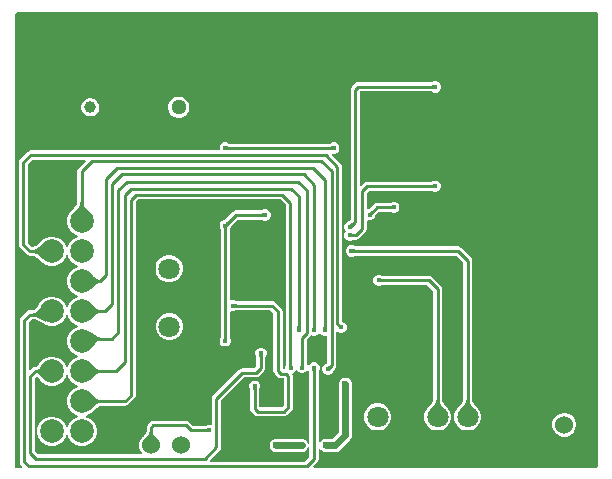
<source format=gbl>
G04*
G04 #@! TF.GenerationSoftware,Altium Limited,Altium Designer,22.11.1 (43)*
G04*
G04 Layer_Physical_Order=2*
G04 Layer_Color=16711680*
%FSTAX24Y24*%
%MOIN*%
G70*
G04*
G04 #@! TF.SameCoordinates,C1124A1A-70A5-44B8-A6FF-2808BC57BE08*
G04*
G04*
G04 #@! TF.FilePolarity,Positive*
G04*
G01*
G75*
%ADD10C,0.0098*%
%ADD50C,0.0236*%
%ADD52C,0.0600*%
%ADD53C,0.0709*%
%ADD54C,0.0512*%
%ADD55C,0.0394*%
%ADD56C,0.0787*%
%ADD57C,0.0185*%
%ADD58C,0.0177*%
%ADD59C,0.0236*%
G36*
X007213Y010832D02*
X007216Y010829D01*
X007221Y010827D01*
X007226Y010825D01*
X007231Y010823D01*
X007238Y010822D01*
X007246Y010821D01*
X007263Y010819D01*
X007273Y010819D01*
X007259Y010721D01*
X007249Y010721D01*
X007218Y010718D01*
X007212Y010717D01*
X007206Y010716D01*
X007202Y010715D01*
X007199Y010713D01*
X007196Y010711D01*
X00721Y010834D01*
X007213Y010832D01*
D02*
G37*
G36*
X010697Y010708D02*
X010694Y01071D01*
X01069Y010713D01*
X010686Y010715D01*
X010681Y010716D01*
X010675Y010718D01*
X010668Y010719D01*
X010652Y01072D01*
X010643Y010721D01*
X010633Y010721D01*
Y010819D01*
X010643Y010819D01*
X010668Y010821D01*
X010675Y010822D01*
X010681Y010824D01*
X010686Y010825D01*
X01069Y010827D01*
X010694Y01083D01*
X010697Y010832D01*
Y010708D01*
D02*
G37*
G36*
X002411Y008931D02*
X002418Y008903D01*
X002429Y008874D01*
X002445Y008842D01*
X002465Y008809D01*
X00249Y008773D01*
X00252Y008735D01*
X002592Y008655D01*
X002635Y008611D01*
X002084D01*
X002127Y008655D01*
X002229Y008773D01*
X002254Y008809D01*
X002274Y008842D01*
X00229Y008874D01*
X002301Y008903D01*
X002308Y008931D01*
X00231Y008957D01*
X002409D01*
X002411Y008931D01*
D02*
G37*
G36*
X008411Y008478D02*
X008408Y00848D01*
X008404Y008483D01*
X0084Y008485D01*
X008394Y008486D01*
X008388Y008488D01*
X008382Y008489D01*
X008366Y00849D01*
X008357Y008491D01*
X008347Y008491D01*
Y008589D01*
X008357Y008589D01*
X008382Y008591D01*
X008388Y008592D01*
X008394Y008594D01*
X0084Y008595D01*
X008404Y008597D01*
X008408Y0086D01*
X008411Y008602D01*
Y008478D01*
D02*
G37*
G36*
X009159Y008888D02*
Y003551D01*
X009133Y003487D01*
Y003413D01*
X009125Y003401D01*
X009062D01*
X009051Y003412D01*
Y00533D01*
X009039Y005388D01*
X009006Y005436D01*
X008816Y005626D01*
X008768Y005659D01*
X00871Y005671D01*
X007504D01*
X007496Y005679D01*
X007427Y005707D01*
X007353D01*
X007331Y005698D01*
X00729Y005726D01*
Y008075D01*
X007298Y008083D01*
X007326Y008152D01*
Y008163D01*
X007552Y008389D01*
X00836D01*
X008368Y008381D01*
X008437Y008353D01*
X008511D01*
X00858Y008381D01*
X008632Y008434D01*
X008661Y008503D01*
Y008577D01*
X008632Y008646D01*
X00858Y008699D01*
X008511Y008727D01*
X008437D01*
X008368Y008699D01*
X00836Y008691D01*
X00749D01*
X007432Y008679D01*
X007384Y008646D01*
X007114Y008376D01*
X007102D01*
X007033Y008348D01*
X006981Y008295D01*
X006952Y008227D01*
Y008152D01*
X006981Y008083D01*
X006989Y008075D01*
Y00446D01*
X006981Y004452D01*
X006952Y004383D01*
Y004309D01*
X006981Y00424D01*
X007033Y004187D01*
X007102Y004159D01*
X007177D01*
X007245Y004187D01*
X007298Y00424D01*
X007326Y004309D01*
Y004383D01*
X007298Y004452D01*
X00729Y00446D01*
Y005314D01*
X007331Y005342D01*
X007353Y005333D01*
X007427D01*
X007496Y005361D01*
X007504Y005369D01*
X008648D01*
X008749Y005268D01*
Y00335D01*
X008761Y003292D01*
X008794Y003244D01*
X008894Y003144D01*
X008942Y003111D01*
X009Y003099D01*
X009098D01*
X009099Y003098D01*
Y002202D01*
X009028Y002131D01*
X00829D01*
X008273Y002147D01*
Y002722D01*
X008281Y00273D01*
X00831Y002798D01*
Y002873D01*
X008281Y002942D01*
X008228Y002994D01*
X00816Y003023D01*
X008085D01*
X008017Y002994D01*
X007964Y002942D01*
X007936Y002873D01*
Y002798D01*
X007964Y00273D01*
X007972Y002722D01*
Y002085D01*
X007983Y002028D01*
X008016Y001979D01*
X008121Y001874D01*
X00817Y001841D01*
X008228Y001829D01*
X00909D01*
X009148Y001841D01*
X009196Y001874D01*
X009356Y002034D01*
X009389Y002082D01*
X009401Y00214D01*
Y00316D01*
X009389Y003218D01*
X00938Y003231D01*
X009395Y003279D01*
X009426Y003291D01*
X009479Y003344D01*
X009488Y003367D01*
X009542D01*
X009551Y003344D01*
X009604Y003291D01*
X009673Y003263D01*
X009747D01*
X009816Y003291D01*
X009869Y003344D01*
X00987Y003347D01*
X009924Y003353D01*
X009949Y003324D01*
Y00093D01*
X009899Y00092D01*
X009898Y000923D01*
X009894Y000944D01*
X009882Y000963D01*
X009874Y000983D01*
X009858Y000998D01*
X009846Y001016D01*
X009828Y001028D01*
X009813Y001044D01*
X009793Y001052D01*
X009774Y001064D01*
X009753Y001068D01*
X009733Y001077D01*
X009711D01*
X00969Y001081D01*
X00884D01*
X008819Y001077D01*
X008797D01*
X008777Y001068D01*
X008756Y001064D01*
X008737Y001052D01*
X008717Y001044D01*
X008702Y001028D01*
X008684Y001016D01*
X008672Y000998D01*
X008656Y000983D01*
X008648Y000963D01*
X008636Y000944D01*
X008632Y000923D01*
X008623Y000903D01*
Y000881D01*
X008619Y00086D01*
X008623Y000839D01*
Y000817D01*
X008632Y000797D01*
X008636Y000776D01*
X008648Y000757D01*
X008656Y000737D01*
X008672Y000722D01*
X008684Y000704D01*
X008702Y000692D01*
X008717Y000676D01*
X008737Y000668D01*
X008756Y000656D01*
X008777Y000652D01*
X008797Y000643D01*
X008819D01*
X00884Y000639D01*
X00969D01*
X009711Y000643D01*
X009733D01*
X009753Y000652D01*
X009774Y000656D01*
X009793Y000668D01*
X009813Y000676D01*
X009828Y000692D01*
X009846Y000704D01*
X009858Y000722D01*
X009874Y000737D01*
X009882Y000757D01*
X009894Y000776D01*
X009898Y000797D01*
X009899Y0008D01*
X009949Y00079D01*
Y000472D01*
X009798Y000321D01*
X006649D01*
X00663Y000367D01*
X006956Y000694D01*
X006989Y000742D01*
X007001Y0008D01*
Y002358D01*
X007772Y003129D01*
X00816D01*
X008218Y003141D01*
X008266Y003174D01*
X008436Y003344D01*
X008469Y003392D01*
X008481Y00345D01*
Y003816D01*
X008489Y003824D01*
X008517Y003893D01*
Y003967D01*
X008489Y004036D01*
X008436Y004089D01*
X008367Y004117D01*
X008293D01*
X008224Y004089D01*
X008171Y004036D01*
X008143Y003967D01*
Y003893D01*
X008171Y003824D01*
X008179Y003816D01*
Y003512D01*
X008098Y003431D01*
X00771D01*
X007652Y003419D01*
X007604Y003386D01*
X006744Y002526D01*
X006711Y002478D01*
X006699Y00242D01*
Y001566D01*
X006658Y001538D01*
X006637Y001547D01*
X006563D01*
X006494Y001519D01*
X006486Y001511D01*
X006072D01*
X005946Y001636D01*
X005898Y001669D01*
X00584Y001681D01*
X00475D01*
X004692Y001669D01*
X004644Y001636D01*
X004564Y001556D01*
X004531Y001508D01*
X004519Y00145D01*
Y001328D01*
X004517Y001319D01*
X004513Y001306D01*
X004506Y00129D01*
X004495Y001271D01*
X004481Y00125D01*
X004464Y001227D01*
X004417Y001174D01*
X004389Y001145D01*
X004383Y001137D01*
X004351Y001105D01*
X004299Y001014D01*
X004272Y000912D01*
Y000808D01*
X004299Y000706D01*
X004351Y000615D01*
X00436Y000607D01*
X004341Y000561D01*
X000892D01*
X000801Y000652D01*
Y003098D01*
X000845Y003142D01*
X000867Y003143D01*
X000906Y003132D01*
X000906Y003131D01*
X000916Y003112D01*
X000919Y003109D01*
X000966Y003028D01*
X001058Y002936D01*
X00117Y002871D01*
X001295Y002838D01*
X001424D01*
X00155Y002871D01*
X001662Y002936D01*
X001753Y003028D01*
X001818Y00314D01*
X001834Y003198D01*
X001886D01*
X001901Y00314D01*
X001966Y003028D01*
X002058Y002936D01*
X00217Y002871D01*
X002228Y002856D01*
Y002804D01*
X00217Y002789D01*
X002058Y002724D01*
X001966Y002632D01*
X001901Y00252D01*
X001868Y002395D01*
Y002265D01*
X001901Y00214D01*
X001966Y002028D01*
X002058Y001936D01*
X00217Y001871D01*
X002228Y001856D01*
Y001804D01*
X00217Y001789D01*
X002058Y001724D01*
X001966Y001632D01*
X001901Y00152D01*
X001886Y001462D01*
X001834D01*
X001818Y00152D01*
X001753Y001632D01*
X001662Y001724D01*
X00155Y001789D01*
X001424Y001822D01*
X001295D01*
X00117Y001789D01*
X001058Y001724D01*
X000966Y001632D01*
X000901Y00152D01*
X000868Y001395D01*
Y001265D01*
X000901Y00114D01*
X000966Y001028D01*
X001058Y000936D01*
X00117Y000871D01*
X001295Y000838D01*
X001424D01*
X00155Y000871D01*
X001662Y000936D01*
X001753Y001028D01*
X001818Y00114D01*
X001834Y001198D01*
X001886D01*
X001901Y00114D01*
X001966Y001028D01*
X002058Y000936D01*
X00217Y000871D01*
X002295Y000838D01*
X002424D01*
X00255Y000871D01*
X002662Y000936D01*
X002753Y001028D01*
X002818Y00114D01*
X002852Y001265D01*
Y001395D01*
X002818Y00152D01*
X002753Y001632D01*
X002662Y001724D01*
X00255Y001789D01*
X002492Y001804D01*
Y001856D01*
X00255Y001871D01*
X002662Y001936D01*
X002704Y001978D01*
X002711Y001983D01*
X002753Y002024D01*
X00283Y002093D01*
X002862Y002119D01*
X002893Y00214D01*
X00292Y002157D01*
X002944Y002168D01*
X002963Y002176D01*
X002977Y002179D01*
X00298Y002179D01*
X0038D01*
X003858Y002191D01*
X003906Y002224D01*
X004076Y002393D01*
X004106Y002414D01*
X004139Y002462D01*
X004151Y00252D01*
Y008978D01*
X004232Y009059D01*
X008988D01*
X009159Y008888D01*
D02*
G37*
G36*
X007264Y008244D02*
X007257Y008237D01*
X007241Y008218D01*
X007237Y008213D01*
X007234Y008207D01*
X007231Y008203D01*
X007229Y008198D01*
X007228Y008194D01*
X007228Y00819D01*
X00714Y008278D01*
X007144Y008278D01*
X007148Y008279D01*
X007153Y008281D01*
X007157Y008284D01*
X007163Y008287D01*
X007168Y008291D01*
X007181Y008301D01*
X007187Y008307D01*
X007194Y008314D01*
X007264Y008244D01*
D02*
G37*
G36*
X007199Y008123D02*
X007197Y00812D01*
X007195Y008115D01*
X007193Y00811D01*
X007192Y008104D01*
X007191Y008097D01*
X007189Y008081D01*
X007189Y008072D01*
X007189Y008063D01*
X00709D01*
X00709Y008072D01*
X007088Y008097D01*
X007087Y008104D01*
X007086Y00811D01*
X007084Y008115D01*
X007082Y00812D01*
X00708Y008123D01*
X007077Y008126D01*
X007201D01*
X007199Y008123D01*
D02*
G37*
G36*
X00249Y010343D02*
X002253Y010106D01*
X002221Y010057D01*
X002209Y01D01*
Y00895D01*
X002209Y008948D01*
X002205Y008933D01*
X002198Y008914D01*
X002186Y008891D01*
X00217Y008863D01*
X00215Y008835D01*
X002053Y008723D01*
X002013Y008682D01*
X002008Y008674D01*
X001966Y008632D01*
X001901Y00852D01*
X001868Y008395D01*
Y008265D01*
X001901Y00814D01*
X001966Y008028D01*
X002058Y007936D01*
X00217Y007871D01*
X002228Y007856D01*
Y007804D01*
X00217Y007789D01*
X002058Y007724D01*
X001966Y007632D01*
X001901Y00752D01*
X001886Y007462D01*
X001834D01*
X001818Y00752D01*
X001753Y007632D01*
X001662Y007724D01*
X00155Y007789D01*
X001424Y007822D01*
X001295D01*
X00117Y007789D01*
X001058Y007724D01*
X001016Y007682D01*
X001008Y007677D01*
X000966Y007636D01*
X00089Y007567D01*
X000857Y007541D01*
X000826Y00752D01*
X000799Y007503D01*
X000775Y007492D01*
X000756Y007484D01*
X000742Y007481D01*
X000739Y007481D01*
X000692D01*
X000562Y007611D01*
Y010232D01*
X000719Y010389D01*
X002471D01*
X00249Y010343D01*
D02*
G37*
G36*
X001079Y007054D02*
X001035Y007097D01*
X000917Y007199D01*
X000881Y007224D01*
X000848Y007245D01*
X000816Y00726D01*
X000786Y007272D01*
X000759Y007279D01*
X000733Y007281D01*
Y007379D01*
X000759Y007381D01*
X000786Y007388D01*
X000816Y0074D01*
X000848Y007415D01*
X000881Y007436D01*
X000917Y007461D01*
X000954Y00749D01*
X001035Y007563D01*
X001079Y007606D01*
Y007054D01*
D02*
G37*
G36*
X00269Y006554D02*
X002763Y006485D01*
X002798Y006457D01*
X002831Y006433D01*
X002863Y006414D01*
X002894Y006399D01*
X002924Y006388D01*
X002953Y006381D01*
X00298Y006379D01*
Y006281D01*
X002953Y006279D01*
X002924Y006272D01*
X002894Y006261D01*
X002863Y006246D01*
X002831Y006227D01*
X002798Y006203D01*
X002763Y006175D01*
X002727Y006143D01*
X002651Y006066D01*
Y006594D01*
X00269Y006554D01*
D02*
G37*
G36*
X007456Y00558D02*
X00746Y005577D01*
X007464Y005575D01*
X007469Y005574D01*
X007475Y005572D01*
X007482Y005571D01*
X007498Y00557D01*
X007507Y005569D01*
X007517Y005569D01*
Y005471D01*
X007507Y005471D01*
X007482Y005469D01*
X007475Y005468D01*
X007469Y005466D01*
X007464Y005465D01*
X00746Y005463D01*
X007456Y00546D01*
X007453Y005458D01*
Y005582D01*
X007456Y00558D01*
D02*
G37*
G36*
X002684Y005563D02*
X002803Y005461D01*
X002838Y005436D01*
X002872Y005415D01*
X002903Y0054D01*
X002933Y005388D01*
X002961Y005381D01*
X002987Y005379D01*
Y005281D01*
X002961Y005279D01*
X002933Y005272D01*
X002903Y00526D01*
X002872Y005245D01*
X002838Y005224D01*
X002803Y005199D01*
X002765Y00517D01*
X002684Y005097D01*
X002641Y005054D01*
Y005606D01*
X002684Y005563D01*
D02*
G37*
G36*
X001166Y004987D02*
X001103Y005022D01*
X000832Y005155D01*
X000804Y005164D01*
X000781Y005169D01*
X000763Y005171D01*
X000734Y00527D01*
X000763Y005272D01*
X000792Y00528D01*
X000821Y005292D01*
X000849Y005309D01*
X000877Y005331D01*
X000905Y005359D01*
X000932Y005391D01*
X000959Y005428D01*
X000986Y00547D01*
X001013Y005516D01*
X001166Y004987D01*
D02*
G37*
G36*
X001901Y00514D02*
X001966Y005028D01*
X002058Y004936D01*
X00217Y004871D01*
X002228Y004856D01*
Y004804D01*
X00217Y004789D01*
X002058Y004724D01*
X001966Y004632D01*
X001901Y00452D01*
X001868Y004395D01*
Y004265D01*
X001901Y00414D01*
X001966Y004028D01*
X002058Y003936D01*
X00217Y003871D01*
X002228Y003856D01*
Y003804D01*
X00217Y003789D01*
X002058Y003724D01*
X001966Y003632D01*
X001901Y00352D01*
X001886Y003462D01*
X001834D01*
X001818Y00352D01*
X001753Y003632D01*
X001662Y003724D01*
X00155Y003789D01*
X001424Y003822D01*
X001295D01*
X00117Y003789D01*
X001058Y003724D01*
X000966Y003632D01*
X000919Y003551D01*
X000916Y003548D01*
X000906Y003529D01*
X000898Y003517D01*
X00089Y003507D01*
X000882Y003499D01*
X000874Y003494D01*
X000866Y003489D01*
X000857Y003485D01*
X000847Y003482D01*
X000835Y003481D01*
X00082D01*
X000762Y003469D01*
X000714Y003436D01*
X000647Y00337D01*
X000601Y003389D01*
Y004978D01*
X000693Y00507D01*
X000765D01*
X000776Y005067D01*
X000794Y005062D01*
X001057Y004933D01*
X001117Y004899D01*
X001118Y004899D01*
X001118Y004899D01*
X001126Y004897D01*
X00117Y004871D01*
X001295Y004838D01*
X001424D01*
X00155Y004871D01*
X001662Y004936D01*
X001753Y005028D01*
X001818Y00514D01*
X001834Y005198D01*
X001886D01*
X001901Y00514D01*
D02*
G37*
G36*
X010962Y004908D02*
X010981Y004891D01*
X010987Y004887D01*
X010992Y004884D01*
X010997Y004882D01*
X011001Y00488D01*
X011005Y004879D01*
X011009Y004879D01*
X010921Y004791D01*
X010921Y004795D01*
X01092Y004799D01*
X010918Y004803D01*
X010916Y004808D01*
X010913Y004813D01*
X010909Y004819D01*
X010899Y004831D01*
X010892Y004838D01*
X010886Y004845D01*
X010955Y004914D01*
X010962Y004908D01*
D02*
G37*
G36*
X009649Y004837D02*
X009651Y004812D01*
X009652Y004805D01*
X009654Y004799D01*
X009655Y004794D01*
X009657Y00479D01*
X00966Y004786D01*
X009662Y004783D01*
X009538D01*
X00954Y004786D01*
X009543Y00479D01*
X009545Y004794D01*
X009546Y004799D01*
X009548Y004805D01*
X009549Y004812D01*
X00955Y004828D01*
X009551Y004837D01*
X009551Y004847D01*
X009649D01*
X009649Y004837D01*
D02*
G37*
G36*
X010159Y004827D02*
X010161Y004802D01*
X010162Y004795D01*
X010164Y004789D01*
X010165Y004784D01*
X010167Y00478D01*
X01017Y004776D01*
X010172Y004773D01*
X010048D01*
X01005Y004776D01*
X010053Y00478D01*
X010055Y004784D01*
X010056Y004789D01*
X010058Y004795D01*
X010059Y004802D01*
X01006Y004818D01*
X010061Y004827D01*
X010061Y004837D01*
X010159D01*
X010159Y004827D01*
D02*
G37*
G36*
X010519Y004829D02*
X010519Y004819D01*
X010522Y004788D01*
X010523Y004782D01*
X010524Y004776D01*
X010525Y004772D01*
X010527Y004769D01*
X010529Y004766D01*
X010406Y00478D01*
X010408Y004783D01*
X010411Y004786D01*
X010413Y004791D01*
X010415Y004796D01*
X010417Y004801D01*
X010418Y004808D01*
X010419Y004816D01*
X010421Y004833D01*
X010421Y004843D01*
X010519Y004829D01*
D02*
G37*
G36*
X01957Y01527D02*
Y00017D01*
X01952Y00012D01*
X010089D01*
X01007Y000167D01*
X010206Y000304D01*
X010239Y000352D01*
X010251Y00041D01*
Y000739D01*
X010298Y000757D01*
X010306Y000737D01*
X010322Y000722D01*
X010334Y000704D01*
X010352Y000692D01*
X010367Y000676D01*
X010387Y000668D01*
X010406Y000656D01*
X010427Y000652D01*
X010447Y000643D01*
X010469D01*
X01049Y000639D01*
X0108D01*
X010884Y000656D01*
X010956Y000704D01*
X011306Y001054D01*
X011354Y001126D01*
X011371Y00121D01*
Y0029D01*
X011367Y002921D01*
Y002943D01*
X011358Y002963D01*
X011354Y002984D01*
X011342Y003003D01*
X011334Y003023D01*
X011318Y003038D01*
X011306Y003056D01*
X011288Y003068D01*
X011273Y003084D01*
X011253Y003092D01*
X011234Y003104D01*
X011213Y003108D01*
X011193Y003117D01*
X011171D01*
X01115Y003121D01*
X011129Y003117D01*
X011107D01*
X011087Y003108D01*
X011066Y003104D01*
X011047Y003092D01*
X011027Y003084D01*
X011012Y003068D01*
X010994Y003056D01*
X010982Y003038D01*
X010966Y003023D01*
X010958Y003003D01*
X010946Y002984D01*
X010942Y002963D01*
X010933Y002943D01*
Y002921D01*
X010929Y0029D01*
Y001301D01*
X010709Y001081D01*
X01049D01*
X010469Y001077D01*
X010447D01*
X010427Y001068D01*
X010406Y001064D01*
X010387Y001052D01*
X010367Y001044D01*
X010352Y001028D01*
X010334Y001016D01*
X010322Y000998D01*
X010306Y000983D01*
X010298Y000963D01*
X010251Y000981D01*
Y003336D01*
X010259Y003344D01*
X010287Y003413D01*
Y003487D01*
X010259Y003556D01*
X010206Y003609D01*
X010137Y003637D01*
X010063D01*
X009994Y003609D01*
X009941Y003556D01*
X00994Y003553D01*
X009886Y003547D01*
X009861Y003576D01*
Y004388D01*
X009976Y004504D01*
X010007Y00455D01*
X010073Y004523D01*
X010147D01*
X010216Y004551D01*
X010254Y004589D01*
X010285Y004599D01*
X010316Y004589D01*
X010354Y004551D01*
X010423Y004523D01*
X010497D01*
X010498Y004523D01*
X010539Y004496D01*
Y003589D01*
X010537Y003587D01*
X010533D01*
X010464Y003559D01*
X010411Y003506D01*
X010383Y003437D01*
Y003363D01*
X010411Y003294D01*
X010464Y003241D01*
X010533Y003213D01*
X010607D01*
X010676Y003241D01*
X010729Y003294D01*
X010757Y003363D01*
Y003381D01*
X010796Y003421D01*
X010829Y003469D01*
X010841Y003527D01*
Y004624D01*
X010891Y004645D01*
X010904Y004631D01*
X010973Y004603D01*
X011047D01*
X011116Y004631D01*
X011169Y004684D01*
X011197Y004753D01*
Y004827D01*
X011169Y004896D01*
X011116Y004949D01*
X011047Y004977D01*
X011036D01*
X011031Y004982D01*
Y01015D01*
X011019Y010208D01*
X010986Y010256D01*
X010706Y010537D01*
X010715Y010562D01*
X010731Y010583D01*
X010797D01*
X010866Y010611D01*
X010919Y010664D01*
X010947Y010733D01*
Y010807D01*
X010919Y010876D01*
X010866Y010929D01*
X010797Y010957D01*
X010723D01*
X010654Y010929D01*
X010646Y010921D01*
X007264D01*
X007246Y010939D01*
X007177Y010967D01*
X007103D01*
X007034Y010939D01*
X006981Y010886D01*
X006953Y010817D01*
Y010743D01*
X006957Y010732D01*
X00693Y010691D01*
X000657D01*
X000599Y010679D01*
X000551Y010646D01*
X000305Y010401D01*
X000273Y010352D01*
X000261Y010295D01*
Y007548D01*
X000273Y007491D01*
X000305Y007442D01*
X000524Y007224D01*
X000572Y007191D01*
X00063Y007179D01*
X000739D01*
X000742Y007179D01*
X000756Y007176D01*
X000775Y007168D01*
X000799Y007157D01*
X000826Y00714D01*
X000855Y00712D01*
X000967Y007024D01*
X001008Y006983D01*
X001016Y006978D01*
X001058Y006936D01*
X00117Y006871D01*
X001295Y006838D01*
X001424D01*
X00155Y006871D01*
X001662Y006936D01*
X001753Y007028D01*
X001818Y00714D01*
X001834Y007198D01*
X001886D01*
X001901Y00714D01*
X001966Y007028D01*
X002058Y006936D01*
X00217Y006871D01*
X002228Y006856D01*
Y006804D01*
X00217Y006789D01*
X002058Y006724D01*
X001966Y006632D01*
X001901Y00652D01*
X001868Y006395D01*
Y006265D01*
X001901Y00614D01*
X001966Y006028D01*
X002058Y005936D01*
X00217Y005871D01*
X002228Y005856D01*
Y005804D01*
X00217Y005789D01*
X002058Y005724D01*
X001966Y005632D01*
X001901Y00552D01*
X001886Y005462D01*
X001834D01*
X001818Y00552D01*
X001753Y005632D01*
X001662Y005724D01*
X00155Y005789D01*
X001424Y005822D01*
X001295D01*
X00117Y005789D01*
X001058Y005724D01*
X000966Y005632D01*
X000932Y005573D01*
X000926Y005566D01*
X0009Y005522D01*
X000877Y005485D01*
X000853Y005453D01*
X000831Y005427D01*
X00081Y005407D01*
X000791Y005392D01*
X000774Y005381D01*
X00076Y005375D01*
X000747Y005371D01*
X000741Y005371D01*
X00063D01*
X000573Y00536D01*
X000524Y005327D01*
X000344Y005146D01*
X000311Y005098D01*
X000299Y00504D01*
Y00031D01*
X000311Y000252D01*
X000344Y000204D01*
X00038Y000167D01*
X000361Y00012D01*
X00014D01*
X00012Y00014D01*
Y01523D01*
X00021Y01532D01*
X01952D01*
X01957Y01527D01*
D02*
G37*
G36*
X007189Y004463D02*
X007191Y004438D01*
X007192Y004431D01*
X007193Y004425D01*
X007195Y00442D01*
X007197Y004416D01*
X007199Y004412D01*
X007201Y004409D01*
X007077D01*
X00708Y004412D01*
X007082Y004416D01*
X007084Y00442D01*
X007086Y004425D01*
X007087Y004431D01*
X007088Y004438D01*
X00709Y004454D01*
X00709Y004463D01*
X00709Y004473D01*
X007189D01*
X007189Y004463D01*
D02*
G37*
G36*
X002629Y004626D02*
X002858Y004501D01*
X002891Y004488D01*
X00292Y004478D01*
X002944Y004472D01*
X002964Y00447D01*
X002987Y004372D01*
X002959Y004369D01*
X00293Y004362D01*
X002901Y00435D01*
X002872Y004333D01*
X002843Y004311D01*
X002814Y004284D01*
X002785Y004252D01*
X002756Y004215D01*
X002726Y004173D01*
X002697Y004127D01*
X00257Y004663D01*
X002629Y004626D01*
D02*
G37*
G36*
X00839Y003864D02*
X008387Y00386D01*
X008385Y003856D01*
X008384Y003851D01*
X008382Y003845D01*
X008381Y003838D01*
X00838Y003822D01*
X008379Y003813D01*
X008379Y003803D01*
X008281D01*
X008281Y003813D01*
X008279Y003838D01*
X008278Y003845D01*
X008276Y003851D01*
X008275Y003856D01*
X008273Y00386D01*
X00827Y003864D01*
X008268Y003867D01*
X008392D01*
X00839Y003864D01*
D02*
G37*
G36*
X009759Y003567D02*
X009761Y003542D01*
X009762Y003535D01*
X009764Y003529D01*
X009765Y003524D01*
X009767Y00352D01*
X00977Y003516D01*
X009772Y003513D01*
X009648D01*
X00965Y003516D01*
X009653Y00352D01*
X009655Y003524D01*
X009656Y003529D01*
X009658Y003535D01*
X009659Y003542D01*
X00966Y003558D01*
X009661Y003567D01*
X009661Y003577D01*
X009759D01*
X009759Y003567D01*
D02*
G37*
G36*
X009359Y003573D02*
X009361Y003556D01*
X009362Y003548D01*
X009363Y003541D01*
X009365Y003536D01*
X009367Y00353D01*
X009369Y003526D01*
X009372Y003523D01*
X009374Y00352D01*
X009251Y003506D01*
X009253Y003509D01*
X009255Y003512D01*
X009256Y003516D01*
X009257Y003522D01*
X009258Y003528D01*
X00926Y003542D01*
X009261Y003559D01*
X009261Y003569D01*
X009359Y003583D01*
X009359Y003573D01*
D02*
G37*
G36*
X010693Y003461D02*
X010686Y003454D01*
X01067Y003435D01*
X010666Y003429D01*
X010663Y003424D01*
X010661Y003419D01*
X010659Y003414D01*
X010659Y00341D01*
X010658Y003406D01*
X010566Y003488D01*
X010569Y003489D01*
X010573Y00349D01*
X010578Y003492D01*
X010582Y003495D01*
X010588Y003498D01*
X010593Y003502D01*
X010605Y003512D01*
X010619Y003525D01*
X010693Y003461D01*
D02*
G37*
G36*
X01016Y003384D02*
X010157Y00338D01*
X010155Y003376D01*
X010154Y003371D01*
X010152Y003365D01*
X010151Y003358D01*
X01015Y003342D01*
X010149Y003333D01*
X010149Y003323D01*
X010051D01*
X010051Y003333D01*
X010049Y003358D01*
X010048Y003365D01*
X010046Y003371D01*
X010045Y003376D01*
X010043Y00338D01*
X01004Y003384D01*
X010038Y003387D01*
X010162D01*
X01016Y003384D01*
D02*
G37*
G36*
X001005Y00316D02*
X000992Y003183D01*
X000979Y003203D01*
X000964Y003221D01*
X000947Y003237D01*
X000929Y003251D01*
X00091Y003261D01*
X00089Y00327D01*
X000868Y003276D01*
X000845Y00328D01*
X00082Y003281D01*
Y003379D01*
X000845Y00338D01*
X000868Y003384D01*
X00089Y00339D01*
X00091Y003399D01*
X000929Y003409D01*
X000947Y003423D01*
X000964Y003439D01*
X000979Y003457D01*
X000992Y003477D01*
X001005Y0035D01*
Y00316D01*
D02*
G37*
G36*
X002684Y003563D02*
X002803Y003461D01*
X002838Y003436D01*
X002872Y003415D01*
X002903Y0034D01*
X002933Y003388D01*
X002961Y003381D01*
X002987Y003379D01*
Y003281D01*
X002961Y003279D01*
X002933Y003272D01*
X002903Y00326D01*
X002872Y003245D01*
X002838Y003224D01*
X002803Y003199D01*
X002765Y00317D01*
X002684Y003097D01*
X002641Y003054D01*
Y003606D01*
X002684Y003563D01*
D02*
G37*
G36*
X008182Y002769D02*
X00818Y002766D01*
X008178Y002761D01*
X008176Y002756D01*
X008175Y00275D01*
X008174Y002743D01*
X008172Y002728D01*
X008172Y002719D01*
X008172Y002709D01*
X008073D01*
X008073Y002719D01*
X008071Y002743D01*
X00807Y00275D01*
X008069Y002756D01*
X008067Y002761D01*
X008065Y002766D01*
X008063Y002769D01*
X008061Y002772D01*
X008185D01*
X008182Y002769D01*
D02*
G37*
G36*
X002684Y002563D02*
X002803Y002461D01*
X002838Y002436D01*
X002872Y002415D01*
X002903Y0024D01*
X002933Y002388D01*
X002961Y002381D01*
X002987Y002379D01*
Y002281D01*
X002961Y002279D01*
X002933Y002272D01*
X002903Y00226D01*
X002872Y002245D01*
X002838Y002224D01*
X002803Y002199D01*
X002765Y00217D01*
X002684Y002097D01*
X002641Y002054D01*
Y002606D01*
X002684Y002563D01*
D02*
G37*
G36*
X006537Y001298D02*
X006534Y0013D01*
X00653Y001303D01*
X006526Y001305D01*
X006521Y001306D01*
X006515Y001308D01*
X006508Y001309D01*
X006492Y00131D01*
X006483Y001311D01*
X006473Y001311D01*
Y001409D01*
X006483Y001409D01*
X006508Y001411D01*
X006515Y001412D01*
X006521Y001414D01*
X006526Y001415D01*
X00653Y001417D01*
X006534Y00142D01*
X006537Y001422D01*
Y001298D01*
D02*
G37*
G36*
X004721Y001315D02*
X004726Y001292D01*
X004734Y001269D01*
X004745Y001244D01*
X004759Y001218D01*
X004777Y001192D01*
X004798Y001164D01*
X004849Y001105D01*
X00488Y001074D01*
X00446D01*
X004491Y001105D01*
X004542Y001164D01*
X004563Y001192D01*
X004581Y001218D01*
X004595Y001244D01*
X004606Y001269D01*
X004614Y001292D01*
X004619Y001315D01*
X004621Y001336D01*
X004719D01*
X004721Y001315D01*
D02*
G37*
%LPC*%
G36*
X00533Y007203D02*
X00521D01*
X005095Y007172D01*
X004992Y007112D01*
X004908Y007028D01*
X004848Y006925D01*
X004817Y00681D01*
Y00669D01*
X004848Y006575D01*
X004908Y006472D01*
X004992Y006388D01*
X005095Y006328D01*
X00521Y006297D01*
X00533D01*
X005445Y006328D01*
X005548Y006388D01*
X005632Y006472D01*
X005692Y006575D01*
X005723Y00669D01*
Y00681D01*
X005692Y006925D01*
X005632Y007028D01*
X005548Y007112D01*
X005445Y007172D01*
X00533Y007203D01*
D02*
G37*
G36*
X00534Y005273D02*
X00522D01*
X005105Y005242D01*
X005002Y005182D01*
X004918Y005098D01*
X004858Y004995D01*
X004827Y00488D01*
Y00476D01*
X004858Y004645D01*
X004918Y004542D01*
X005002Y004458D01*
X005105Y004398D01*
X00522Y004367D01*
X00534D01*
X005455Y004398D01*
X005558Y004458D01*
X005642Y004542D01*
X005702Y004645D01*
X005733Y00476D01*
Y00488D01*
X005702Y004995D01*
X005642Y005098D01*
X005558Y005182D01*
X005455Y005242D01*
X00534Y005273D01*
D02*
G37*
G36*
X014182Y012997D02*
X014108D01*
X014044Y012971D01*
X01158D01*
X011522Y012959D01*
X011474Y012926D01*
X011364Y012816D01*
X011331Y012768D01*
X011319Y01271D01*
Y008372D01*
X011274Y008327D01*
X011263D01*
X011194Y008299D01*
X011141Y008246D01*
X011113Y008177D01*
Y008103D01*
X011141Y008034D01*
X011176Y008D01*
X011141Y007966D01*
X011113Y007897D01*
Y007823D01*
X011141Y007754D01*
X011194Y007701D01*
X011263Y007673D01*
X011337D01*
X011406Y007701D01*
X011418Y007713D01*
X011504D01*
X011561Y007725D01*
X01161Y007757D01*
X011816Y007964D01*
X011849Y008012D01*
X011861Y00807D01*
Y008344D01*
X011902Y008372D01*
X011923Y008363D01*
X011997D01*
X012066Y008391D01*
X012119Y008444D01*
X012147Y008513D01*
Y008524D01*
X012268Y008645D01*
X012646D01*
X012654Y008637D01*
X012723Y008609D01*
X012797D01*
X012866Y008637D01*
X012919Y00869D01*
X012947Y008759D01*
Y008833D01*
X012919Y008902D01*
X012866Y008955D01*
X012797Y008983D01*
X012723D01*
X012654Y008955D01*
X012646Y008947D01*
X012206D01*
X012148Y008935D01*
X0121Y008902D01*
X011934Y008737D01*
X011923D01*
X011902Y008728D01*
X011861Y008756D01*
Y009288D01*
X011922Y009349D01*
X014016D01*
X014024Y009341D01*
X014093Y009313D01*
X014167D01*
X014236Y009341D01*
X014289Y009394D01*
X014317Y009463D01*
Y009537D01*
X014289Y009606D01*
X014236Y009659D01*
X014167Y009687D01*
X014093D01*
X014024Y009659D01*
X014016Y009651D01*
X01186D01*
X011802Y009639D01*
X011754Y009606D01*
X011667Y00952D01*
X011621Y009539D01*
Y012648D01*
X011642Y012669D01*
X014021D01*
X014039Y012651D01*
X014108Y012623D01*
X014182D01*
X014251Y012651D01*
X014303Y012704D01*
X014332Y012773D01*
Y012847D01*
X014303Y012916D01*
X014251Y012969D01*
X014182Y012997D01*
D02*
G37*
G36*
X002681Y012425D02*
X002603D01*
X002528Y012405D01*
X002461Y012366D01*
X002406Y012311D01*
X002367Y012244D01*
X002347Y012169D01*
Y012091D01*
X002367Y012016D01*
X002406Y011949D01*
X002461Y011894D01*
X002528Y011855D01*
X002603Y011835D01*
X002681D01*
X002756Y011855D01*
X002823Y011894D01*
X002878Y011949D01*
X002917Y012016D01*
X002937Y012091D01*
Y012169D01*
X002917Y012244D01*
X002878Y012311D01*
X002823Y012366D01*
X002756Y012405D01*
X002681Y012425D01*
D02*
G37*
G36*
X005641Y012484D02*
X005548D01*
X005458Y01246D01*
X005377Y012414D01*
X005311Y012348D01*
X005265Y012267D01*
X00524Y012177D01*
Y012083D01*
X005265Y011993D01*
X005311Y011912D01*
X005377Y011846D01*
X005458Y0118D01*
X005548Y011776D01*
X005641D01*
X005732Y0118D01*
X005812Y011846D01*
X005878Y011912D01*
X005925Y011993D01*
X005949Y012083D01*
Y012177D01*
X005925Y012267D01*
X005878Y012348D01*
X005812Y012414D01*
X005732Y01246D01*
X005641Y012484D01*
D02*
G37*
G36*
X011387Y007527D02*
X011313D01*
X011244Y007499D01*
X011191Y007446D01*
X011163Y007377D01*
Y007303D01*
X011191Y007234D01*
X011244Y007181D01*
X011313Y007153D01*
X011387D01*
X011456Y007181D01*
X011464Y007189D01*
X014838D01*
X015069Y006958D01*
Y002365D01*
X015069Y002365D01*
X015067Y002352D01*
X01506Y002336D01*
X01505Y002315D01*
X015036Y002291D01*
X015018Y002265D01*
X014996Y002236D01*
X014937Y002169D01*
X014901Y002133D01*
X014895Y002125D01*
X014858Y002087D01*
X014798Y001984D01*
X014767Y001869D01*
Y00175D01*
X014798Y001635D01*
X014858Y001531D01*
X014942Y001447D01*
X015045Y001387D01*
X01516Y001357D01*
X01528D01*
X015395Y001387D01*
X015498Y001447D01*
X015582Y001531D01*
X015642Y001635D01*
X015673Y00175D01*
Y001869D01*
X015642Y001984D01*
X015582Y002087D01*
X015545Y002125D01*
X015539Y002133D01*
X015503Y002169D01*
X015444Y002236D01*
X015422Y002265D01*
X015404Y002291D01*
X015389Y002315D01*
X01538Y002336D01*
X015373Y002352D01*
X015371Y002365D01*
X015371Y002365D01*
Y00702D01*
X015359Y007078D01*
X015326Y007126D01*
X015006Y007446D01*
X014958Y007479D01*
X0149Y007491D01*
X011464D01*
X011456Y007499D01*
X011387Y007527D01*
D02*
G37*
G36*
X012297Y006547D02*
X012223D01*
X012154Y006519D01*
X012101Y006466D01*
X012073Y006397D01*
Y006323D01*
X012101Y006254D01*
X012154Y006201D01*
X012223Y006173D01*
X012297D01*
X012366Y006201D01*
X012374Y006209D01*
X013858D01*
X014069Y005998D01*
Y002365D01*
X014069Y002365D01*
X014067Y002352D01*
X01406Y002336D01*
X014051Y002315D01*
X014036Y002291D01*
X014018Y002265D01*
X013996Y002236D01*
X013937Y002169D01*
X013901Y002133D01*
X013895Y002125D01*
X013858Y002087D01*
X013798Y001984D01*
X013767Y001869D01*
Y00175D01*
X013798Y001635D01*
X013858Y001531D01*
X013942Y001447D01*
X014045Y001387D01*
X01416Y001357D01*
X01428D01*
X014395Y001387D01*
X014498Y001447D01*
X014582Y001531D01*
X014642Y001635D01*
X014673Y00175D01*
Y001869D01*
X014642Y001984D01*
X014582Y002087D01*
X014545Y002125D01*
X014539Y002133D01*
X014504Y002169D01*
X014444Y002236D01*
X014422Y002265D01*
X014404Y002291D01*
X014389Y002315D01*
X01438Y002336D01*
X014373Y002352D01*
X014371Y002365D01*
X014371Y002365D01*
Y00606D01*
X014359Y006118D01*
X014326Y006166D01*
X014026Y006466D01*
X013978Y006499D01*
X01392Y006511D01*
X012374D01*
X012366Y006519D01*
X012297Y006547D01*
D02*
G37*
G36*
X01228Y002262D02*
X01216D01*
X012045Y002231D01*
X011942Y002172D01*
X011858Y002087D01*
X011798Y001984D01*
X011767Y001869D01*
Y00175D01*
X011798Y001635D01*
X011858Y001531D01*
X011942Y001447D01*
X012045Y001387D01*
X01216Y001357D01*
X01228D01*
X012395Y001387D01*
X012498Y001447D01*
X012582Y001531D01*
X012642Y001635D01*
X012673Y00175D01*
Y001869D01*
X012642Y001984D01*
X012582Y002087D01*
X012498Y002172D01*
X012395Y002231D01*
X01228Y002262D01*
D02*
G37*
G36*
X018492Y001948D02*
X018388D01*
X018286Y001921D01*
X018195Y001869D01*
X018121Y001795D01*
X018069Y001704D01*
X018042Y001602D01*
Y001498D01*
X018069Y001396D01*
X018121Y001305D01*
X018195Y001231D01*
X018286Y001179D01*
X018388Y001152D01*
X018492D01*
X018594Y001179D01*
X018685Y001231D01*
X018759Y001305D01*
X018811Y001396D01*
X018838Y001498D01*
Y001602D01*
X018811Y001704D01*
X018759Y001795D01*
X018685Y001869D01*
X018594Y001921D01*
X018492Y001948D01*
D02*
G37*
%LPD*%
G36*
X014075Y012756D02*
X014072Y012758D01*
X014069Y012761D01*
X014064Y012763D01*
X014059Y012765D01*
X014053Y012767D01*
X014047Y012768D01*
X014039Y012769D01*
X014022Y012771D01*
X014012Y012771D01*
X014026Y012869D01*
X014036Y012869D01*
X014067Y012872D01*
X014073Y012873D01*
X014078Y012874D01*
X014083Y012875D01*
X014086Y012877D01*
X014089Y012879D01*
X014075Y012756D01*
D02*
G37*
G36*
X014067Y009438D02*
X014064Y00944D01*
X01406Y009443D01*
X014056Y009445D01*
X014051Y009446D01*
X014045Y009448D01*
X014038Y009449D01*
X014022Y00945D01*
X014013Y009451D01*
X014003Y009451D01*
Y009549D01*
X014013Y009549D01*
X014038Y009551D01*
X014045Y009552D01*
X014051Y009554D01*
X014056Y009555D01*
X01406Y009557D01*
X014064Y00956D01*
X014067Y009562D01*
Y009438D01*
D02*
G37*
G36*
X012697Y008734D02*
X012694Y008736D01*
X01269Y008739D01*
X012686Y008741D01*
X012681Y008742D01*
X012675Y008744D01*
X012668Y008745D01*
X012652Y008746D01*
X012643Y008747D01*
X012633Y008747D01*
Y008845D01*
X012643Y008845D01*
X012668Y008847D01*
X012675Y008848D01*
X012681Y00885D01*
X012686Y008851D01*
X01269Y008853D01*
X012694Y008856D01*
X012697Y008858D01*
Y008734D01*
D02*
G37*
G36*
X012084Y008605D02*
X012078Y008598D01*
X012061Y008579D01*
X012057Y008573D01*
X012054Y008568D01*
X012052Y008563D01*
X01205Y008559D01*
X012049Y008555D01*
X012049Y008551D01*
X011961Y008639D01*
X011965Y008639D01*
X011969Y00864D01*
X011973Y008642D01*
X011978Y008644D01*
X011983Y008647D01*
X011989Y008651D01*
X012001Y008661D01*
X012008Y008668D01*
X012015Y008674D01*
X012084Y008605D01*
D02*
G37*
G36*
X011424Y008195D02*
X011418Y008188D01*
X011401Y008169D01*
X011397Y008163D01*
X011394Y008158D01*
X011392Y008153D01*
X01139Y008149D01*
X011389Y008145D01*
X011389Y008141D01*
X011301Y008229D01*
X011305Y008229D01*
X011309Y00823D01*
X011313Y008232D01*
X011318Y008234D01*
X011323Y008237D01*
X011329Y008241D01*
X011341Y008251D01*
X011348Y008258D01*
X011355Y008264D01*
X011424Y008195D01*
D02*
G37*
G36*
X011364Y007922D02*
X011367Y00792D01*
X011372Y007919D01*
X011377Y007917D01*
X011383Y007916D01*
X01139Y007915D01*
X011405Y007913D01*
X011424Y007913D01*
X011429Y007814D01*
X011419Y007814D01*
X011395Y007812D01*
X011388Y007811D01*
X011382Y007809D01*
X011377Y007808D01*
X011372Y007806D01*
X011369Y007803D01*
X011366Y007801D01*
X011361Y007925D01*
X011364Y007922D01*
D02*
G37*
G36*
X011416Y0074D02*
X01142Y007397D01*
X011424Y007395D01*
X011429Y007394D01*
X011435Y007392D01*
X011442Y007391D01*
X011458Y00739D01*
X011467Y007389D01*
X011477Y007389D01*
Y007291D01*
X011467Y007291D01*
X011442Y007289D01*
X011435Y007288D01*
X011429Y007286D01*
X011424Y007285D01*
X01142Y007283D01*
X011416Y00728D01*
X011413Y007278D01*
Y007402D01*
X011416Y0074D01*
D02*
G37*
G36*
X015271Y002349D02*
X015277Y002323D01*
X015287Y002296D01*
X015301Y002268D01*
X015319Y002237D01*
X015341Y002206D01*
X015367Y002172D01*
X01543Y002101D01*
X015468Y002062D01*
X014972D01*
X01501Y002101D01*
X015073Y002172D01*
X015099Y002206D01*
X015121Y002237D01*
X015139Y002268D01*
X015153Y002296D01*
X015163Y002323D01*
X015169Y002349D01*
X015171Y002373D01*
X015269D01*
X015271Y002349D01*
D02*
G37*
G36*
X012326Y00642D02*
X01233Y006417D01*
X012334Y006415D01*
X012339Y006414D01*
X012345Y006412D01*
X012352Y006411D01*
X012368Y00641D01*
X012377Y006409D01*
X012387Y006409D01*
Y006311D01*
X012377Y006311D01*
X012352Y006309D01*
X012345Y006308D01*
X012339Y006306D01*
X012334Y006305D01*
X01233Y006303D01*
X012326Y0063D01*
X012323Y006298D01*
Y006422D01*
X012326Y00642D01*
D02*
G37*
G36*
X014271Y002349D02*
X014277Y002323D01*
X014287Y002296D01*
X014301Y002268D01*
X014319Y002237D01*
X014341Y002206D01*
X014367Y002172D01*
X01443Y002101D01*
X014468Y002062D01*
X013972D01*
X01401Y002101D01*
X014073Y002172D01*
X014099Y002206D01*
X014121Y002237D01*
X014139Y002268D01*
X014153Y002296D01*
X014163Y002323D01*
X014169Y002349D01*
X014171Y002373D01*
X014269D01*
X014271Y002349D01*
D02*
G37*
D10*
X01035Y01034D02*
X01069Y01D01*
X01057Y003407D02*
X01069Y003527D01*
Y01D01*
X007144Y01077D02*
X01076D01*
X00958Y00965D02*
X00987Y00936D01*
X01057Y0034D02*
Y003407D01*
X01088Y00492D02*
X01101Y00479D01*
X01088Y00492D02*
Y01015D01*
X01049Y01054D02*
X01088Y01015D01*
X0113Y00814D02*
X01147Y00831D01*
Y01271D02*
X01158Y01282D01*
X01147Y00831D02*
Y01271D01*
X00749Y00854D02*
X008474D01*
X007139Y008189D02*
X00749Y00854D01*
X007139Y004346D02*
Y008189D01*
X00685Y00242D02*
X00771Y00328D01*
X00646Y00041D02*
X00685Y0008D01*
Y00242D01*
X00601Y00136D02*
X0066D01*
X00083Y00041D02*
X00646D01*
X00475Y00153D02*
X00584D01*
X00601Y00136D01*
X00467Y00086D02*
Y00145D01*
X00475Y00153D01*
X00909Y00198D02*
X00925Y00214D01*
Y00316D01*
X008228Y00198D02*
X00909D01*
X008123Y002085D02*
Y002836D01*
Y002085D02*
X008228Y00198D01*
X009Y00325D02*
X00916D01*
X00925Y00316D01*
X0089Y00335D02*
X009Y00325D01*
X0089Y00335D02*
Y00533D01*
X01196Y00855D02*
X012206Y008796D01*
X01276D01*
X00737Y00552D02*
X00871D01*
X0089Y00533D01*
X0149Y00734D02*
X01522Y00702D01*
X01135Y00734D02*
X0149D01*
X01522Y001809D02*
Y00702D01*
X01422Y001809D02*
Y00606D01*
X01226Y00636D02*
X01392D01*
X01422Y00606D01*
X01186Y0095D02*
X01413D01*
X01171Y00807D02*
Y00935D01*
X01186Y0095D01*
X011504Y007864D02*
X01171Y00807D01*
X011304Y007864D02*
X011504D01*
X0113Y00786D02*
X011304Y007864D01*
X014135Y01282D02*
X014145Y01281D01*
X01158Y01282D02*
X014135D01*
X000412Y007548D02*
X00063Y00733D01*
X000412Y007548D02*
Y010295D01*
X00063Y00733D02*
X00136D01*
X000412Y010295D02*
X000657Y01054D01*
X01049D01*
X00045Y00504D02*
X00063Y00522D01*
X00045Y00031D02*
Y00504D01*
X00063Y00522D02*
X00125D01*
X00136Y00533D01*
X00045Y00031D02*
X00059Y00017D01*
X00986D01*
X0101Y00041D01*
Y00345D01*
X00065Y00059D02*
Y00316D01*
X00082Y00333D01*
X00136D01*
X00065Y00059D02*
X00083Y00041D01*
X00771Y00328D02*
X00816D01*
X00833Y00345D02*
Y00393D01*
X00816Y00328D02*
X00833Y00345D01*
X01007Y0101D02*
X01047Y0097D01*
X00354Y0101D02*
X01007D01*
X00318Y00974D02*
X00354Y0101D01*
X01047Y00471D02*
Y0097D01*
X0027Y01034D02*
X01035D01*
X00905Y00921D02*
X00931Y00895D01*
X00417Y00921D02*
X00905D01*
X00931Y00345D02*
Y00895D01*
X00399Y00941D02*
X00935D01*
X0096Y00472D02*
Y00916D01*
X00935Y00941D02*
X0096Y00916D01*
X00987Y00461D02*
Y00936D01*
X00386Y00965D02*
X00958D01*
X01011Y00471D02*
Y00955D01*
X00371Y00989D02*
X00977D01*
X01011Y00955D01*
X004Y00904D02*
X00417Y00921D01*
X004Y00252D02*
Y00904D01*
X0038Y00922D02*
X00399Y00941D01*
X0038Y00363D02*
Y00922D01*
X00358Y00937D02*
X00386Y00965D01*
X00358Y00464D02*
Y00937D01*
X00338Y00558D02*
Y00956D01*
X00371Y00989D01*
X00318Y00653D02*
Y00974D01*
X00236Y00833D02*
Y01D01*
X0027Y01034D01*
X00236Y00633D02*
X00298D01*
X00318Y00653D01*
X00256Y00533D02*
X00313D01*
X00338Y00558D01*
X002651Y004421D02*
X003351D01*
X00357Y00464D01*
X00256Y00433D02*
X002651Y004421D01*
X00971Y00445D02*
X00987Y00461D01*
X00971Y00345D02*
Y00445D01*
X00256Y00333D02*
X0035D01*
X0038Y00363D01*
X00256Y00233D02*
X0038D01*
X00399Y00252D01*
X00153Y0013D02*
X00156Y00133D01*
D50*
X00884Y00086D02*
X00969D01*
X0108D02*
X01115Y00121D01*
X01049Y00086D02*
X0108D01*
X01115Y00121D02*
Y0029D01*
D52*
X01844Y00155D02*
D03*
X01744D02*
D03*
X00467Y00086D02*
D03*
X00567D02*
D03*
D53*
X01522Y001809D02*
D03*
X01422D02*
D03*
X01322D02*
D03*
X01222D02*
D03*
X00528Y00482D02*
D03*
X00527Y00675D02*
D03*
D54*
X005595Y01213D02*
D03*
D55*
X002642D02*
D03*
D56*
X00236Y00333D02*
D03*
Y00433D02*
D03*
Y00533D02*
D03*
Y00633D02*
D03*
Y00733D02*
D03*
Y00833D02*
D03*
X00136Y00133D02*
D03*
Y00233D02*
D03*
Y00333D02*
D03*
Y00433D02*
D03*
Y00533D02*
D03*
Y00633D02*
D03*
Y00733D02*
D03*
Y00833D02*
D03*
X00236Y00133D02*
D03*
Y00233D02*
D03*
D57*
X018602Y013385D02*
D03*
X017913Y012007D02*
D03*
X018602Y01063D02*
D03*
Y005118D02*
D03*
X016535Y012007D02*
D03*
X017224Y005118D02*
D03*
X015846Y013385D02*
D03*
X015157Y012007D02*
D03*
X015846Y01063D02*
D03*
X01378Y012007D02*
D03*
X013091Y01063D02*
D03*
X012402Y00374D02*
D03*
X013091Y002362D02*
D03*
X011713D02*
D03*
X008268Y000984D02*
D03*
X007579Y007874D02*
D03*
X00689Y00374D02*
D03*
X007579Y002362D02*
D03*
X006201Y005118D02*
D03*
X004823Y013385D02*
D03*
X004134Y012007D02*
D03*
X004823Y007874D02*
D03*
X004134Y000984D02*
D03*
X003445Y013385D02*
D03*
X002067D02*
D03*
X001378Y009252D02*
D03*
D58*
X007139Y008189D02*
D03*
X00714Y01078D02*
D03*
X01076Y01077D02*
D03*
X008474Y00854D02*
D03*
X007139Y004346D02*
D03*
X0066Y00136D02*
D03*
X01276Y008796D02*
D03*
X01196Y00855D02*
D03*
X01057Y0034D02*
D03*
X00739Y00552D02*
D03*
X01226Y00636D02*
D03*
X01135Y00734D02*
D03*
X01413Y0095D02*
D03*
X0113Y00786D02*
D03*
X014145Y01281D02*
D03*
X0113Y00814D02*
D03*
X008123Y002836D02*
D03*
X01101Y00479D02*
D03*
X0101Y00345D02*
D03*
X00833Y00393D02*
D03*
X01046Y00471D02*
D03*
X01011D02*
D03*
X00971Y00345D02*
D03*
X0096Y00472D02*
D03*
X00932Y00345D02*
D03*
X00615Y00281D02*
D03*
X00716Y00385D02*
D03*
X00676Y00339D02*
D03*
X00644Y00308D02*
D03*
X00564Y00233D02*
D03*
X00608Y00202D02*
D03*
X00636Y00231D02*
D03*
X00675Y0027D02*
D03*
X00716Y0031D02*
D03*
X00755Y0035D02*
D03*
X00787Y00391D02*
D03*
X00799Y00435D02*
D03*
X00584Y00812D02*
D03*
X00583Y00761D02*
D03*
Y00708D02*
D03*
X00592Y00646D02*
D03*
X0066D02*
D03*
X00634Y00587D02*
D03*
X0057Y00581D02*
D03*
X00567Y0053D02*
D03*
X00577Y00371D02*
D03*
X00489Y00415D02*
D03*
X00482Y00354D02*
D03*
X00445Y00386D02*
D03*
X00447Y00463D02*
D03*
X00442Y0053D02*
D03*
X00478Y00607D02*
D03*
X00438Y00668D02*
D03*
X00467Y00741D02*
D03*
X00507Y00793D02*
D03*
X00435D02*
D03*
D59*
X00969Y00086D02*
D03*
X00884D02*
D03*
X01049D02*
D03*
X01115Y0029D02*
D03*
M02*

</source>
